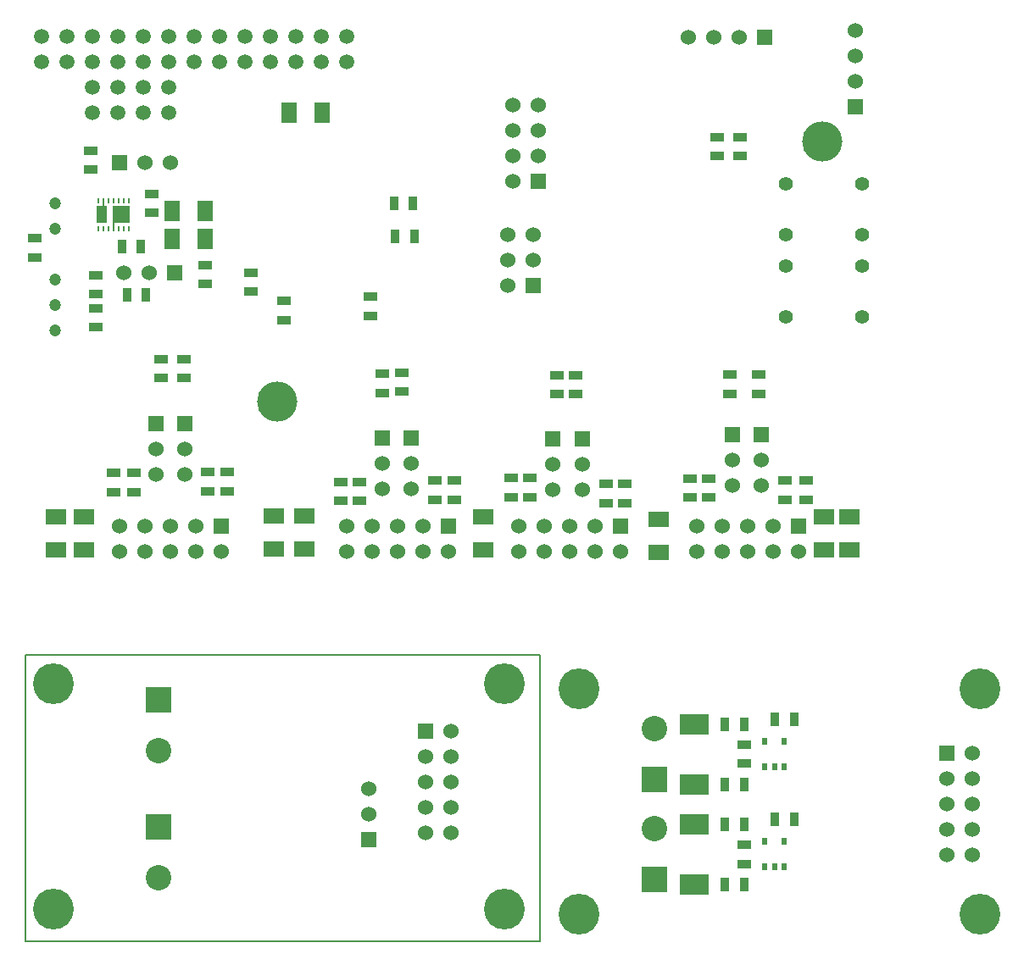
<source format=gbs>
G04 This is an RS-274x file exported by *
G04 gerbv version 2.6.0 *
G04 More information is available about gerbv at *
G04 http://gerbv.gpleda.org/ *
G04 --End of header info--*
%MOIN*%
%FSLAX34Y34*%
%IPPOS*%
G04 --Define apertures--*
%ADD10C,0.0000*%
%ADD11C,0.0551*%
%ADD12R,0.0801X0.0601*%
%ADD13R,0.0601X0.0801*%
%ADD14R,0.0551X0.0351*%
%ADD15R,0.0351X0.0551*%
%ADD16R,0.0601X0.0601*%
%ADD17C,0.0601*%
%ADD18C,0.0473*%
%ADD19R,0.0099X0.0218*%
%ADD20R,0.0099X0.0493*%
%ADD21R,0.0702X0.0651*%
%ADD22R,0.0422X0.0651*%
%ADD23C,0.0592*%
%ADD24C,0.1576*%
%ADD25C,0.0060*%
%ADD26R,0.0200X0.0300*%
%ADD27R,0.1181X0.0787*%
%ADD28R,0.0550X0.0350*%
%ADD29R,0.0350X0.0550*%
%ADD30R,0.0600X0.0600*%
%ADD31C,0.0600*%
%ADD32R,0.1000X0.1000*%
%ADD33C,0.1000*%
%ADD34C,0.1600*%
%ADD35C,0.0059*%
G04 --Start main section--*
G54D11*
G01X0070000Y-051075D03*
G01X0070000Y-053075D03*
G01X0067000Y-051075D03*
G01X0067000Y-053075D03*
G01X0070000Y-047850D03*
G01X0070000Y-049850D03*
G01X0067000Y-047850D03*
G01X0067000Y-049850D03*
G54D12*
G01X0039400Y-060950D03*
G01X0039400Y-062250D03*
G01X0038300Y-062250D03*
G01X0038300Y-060950D03*
G01X0068500Y-060950D03*
G01X0068500Y-062250D03*
G01X0069500Y-062250D03*
G01X0069500Y-060950D03*
G01X0062000Y-061050D03*
G01X0062000Y-062350D03*
G01X0055100Y-062250D03*
G01X0055100Y-060950D03*
G01X0046850Y-062200D03*
G01X0046850Y-060900D03*
G01X0048050Y-060900D03*
G01X0048050Y-062200D03*
G54D13*
G01X0044150Y-050000D03*
G01X0042850Y-050000D03*
G01X0044150Y-048900D03*
G01X0042850Y-048900D03*
G01X0047450Y-045050D03*
G01X0048750Y-045050D03*
G54D14*
G01X0051899Y-056017D03*
G01X0051899Y-055267D03*
G01X0051112Y-055307D03*
G01X0051112Y-056057D03*
G01X0053198Y-060269D03*
G01X0053198Y-059519D03*
G01X0049498Y-060309D03*
G01X0049498Y-059559D03*
G01X0050206Y-059559D03*
G01X0050206Y-060309D03*
G01X0053946Y-059519D03*
G01X0053946Y-060269D03*
G01X0056922Y-059412D03*
G01X0056922Y-060162D03*
G01X0067769Y-059512D03*
G01X0067769Y-060262D03*
G01X0066942Y-060262D03*
G01X0066942Y-059512D03*
G01X0058733Y-056107D03*
G01X0058733Y-055357D03*
G01X0057985Y-055357D03*
G01X0057985Y-056107D03*
G01X0056174Y-060162D03*
G01X0056174Y-059412D03*
G01X0059914Y-060398D03*
G01X0059914Y-059648D03*
G01X0060662Y-059648D03*
G01X0060662Y-060398D03*
G01X0050650Y-052275D03*
G01X0050650Y-053025D03*
G01X0063950Y-059433D03*
G01X0063950Y-060183D03*
G01X0042050Y-048225D03*
G01X0042050Y-048975D03*
G54D15*
G01X0040875Y-050300D03*
G01X0041625Y-050300D03*
G54D14*
G01X0064777Y-055339D03*
G01X0064777Y-056089D03*
G01X0065175Y-046750D03*
G01X0065175Y-046000D03*
G01X0064300Y-046750D03*
G01X0064300Y-046000D03*
G01X0065918Y-056089D03*
G01X0065918Y-055339D03*
G01X0044150Y-051025D03*
G01X0044150Y-051775D03*
G01X0045950Y-051325D03*
G01X0045950Y-052075D03*
G54D15*
G01X0051625Y-049900D03*
G01X0052375Y-049900D03*
G01X0051575Y-048600D03*
G01X0052325Y-048600D03*
G54D14*
G01X0047250Y-052450D03*
G01X0047250Y-053200D03*
G01X0063202Y-060183D03*
G01X0063202Y-059433D03*
G01X0043314Y-055481D03*
G01X0043314Y-054731D03*
G01X0042409Y-054731D03*
G01X0042409Y-055481D03*
G01X0041346Y-059219D03*
G01X0041346Y-059969D03*
G01X0040559Y-059969D03*
G01X0040559Y-059219D03*
G01X0039850Y-052725D03*
G01X0039850Y-053475D03*
G01X0045007Y-059180D03*
G01X0045007Y-059930D03*
G01X0039850Y-052175D03*
G01X0039850Y-051425D03*
G54D15*
G01X0041825Y-052200D03*
G01X0041075Y-052200D03*
G54D14*
G01X0039650Y-047275D03*
G01X0039650Y-046525D03*
G01X0044259Y-059930D03*
G01X0044259Y-059180D03*
G54D16*
G01X0067485Y-061311D03*
G54D17*
G01X0067485Y-062311D03*
G01X0066485Y-061311D03*
G01X0066485Y-062311D03*
G01X0065485Y-061311D03*
G01X0065485Y-062311D03*
G01X0064485Y-061311D03*
G01X0064485Y-062311D03*
G01X0063485Y-061311D03*
G01X0063485Y-062311D03*
G54D16*
G01X0053702Y-061311D03*
G54D17*
G01X0053702Y-062311D03*
G01X0052702Y-061311D03*
G01X0052702Y-062311D03*
G01X0051702Y-061311D03*
G01X0051702Y-062311D03*
G01X0050702Y-061311D03*
G01X0050702Y-062311D03*
G01X0049702Y-061311D03*
G01X0049702Y-062311D03*
G54D16*
G01X0060496Y-061311D03*
G54D17*
G01X0060496Y-062311D03*
G01X0059496Y-061311D03*
G01X0059496Y-062311D03*
G01X0058496Y-061311D03*
G01X0058496Y-062311D03*
G01X0057496Y-061311D03*
G01X0057496Y-062311D03*
G01X0056496Y-061311D03*
G01X0056496Y-062311D03*
G54D16*
G01X0044800Y-061311D03*
G54D17*
G01X0044800Y-062311D03*
G01X0043800Y-061311D03*
G01X0043800Y-062311D03*
G01X0042800Y-061311D03*
G01X0042800Y-062311D03*
G01X0041800Y-061311D03*
G01X0041800Y-062311D03*
G01X0040800Y-061311D03*
G01X0040800Y-062311D03*
G54D16*
G01X0057250Y-047750D03*
G54D17*
G01X0056250Y-047750D03*
G01X0057250Y-046750D03*
G01X0056250Y-046750D03*
G01X0057250Y-045750D03*
G01X0056250Y-045750D03*
G01X0057250Y-044750D03*
G01X0056250Y-044750D03*
G54D16*
G01X0040800Y-047000D03*
G54D17*
G01X0041800Y-047000D03*
G01X0042800Y-047000D03*
G54D16*
G01X0066025Y-057700D03*
G54D17*
G01X0066025Y-058700D03*
G01X0066025Y-059700D03*
G54D16*
G01X0064875Y-057700D03*
G54D17*
G01X0064875Y-058700D03*
G01X0064875Y-059700D03*
G54D16*
G01X0042950Y-051350D03*
G54D17*
G01X0041950Y-051350D03*
G01X0040950Y-051350D03*
G54D16*
G01X0042212Y-057256D03*
G54D17*
G01X0042212Y-058256D03*
G01X0042212Y-059256D03*
G54D16*
G01X0043354Y-057256D03*
G54D17*
G01X0043354Y-058256D03*
G01X0043354Y-059256D03*
G54D16*
G01X0051112Y-057831D03*
G54D17*
G01X0051112Y-058831D03*
G01X0051112Y-059831D03*
G54D16*
G01X0052253Y-057831D03*
G54D17*
G01X0052253Y-058831D03*
G01X0052253Y-059831D03*
G54D16*
G01X0057827Y-057881D03*
G54D17*
G01X0057827Y-058881D03*
G01X0057827Y-059881D03*
G54D16*
G01X0058969Y-057881D03*
G54D17*
G01X0058969Y-058881D03*
G01X0058969Y-059881D03*
G54D18*
G01X0038250Y-048600D03*
G01X0038250Y-049600D03*
G01X0038250Y-051600D03*
G01X0038250Y-052600D03*
G01X0038250Y-053600D03*
G54D16*
G01X0057050Y-051850D03*
G54D17*
G01X0056050Y-051850D03*
G01X0057050Y-050850D03*
G01X0056050Y-050850D03*
G01X0057050Y-049850D03*
G01X0056050Y-049850D03*
G54D19*
G01X0041141Y-049601D03*
G01X0040944Y-049601D03*
G01X0040747Y-049601D03*
G54D20*
G01X0040550Y-049463D03*
G54D19*
G01X0040353Y-049601D03*
G01X0040156Y-049601D03*
G01X0039959Y-049601D03*
G01X0039959Y-048499D03*
G54D20*
G01X0040156Y-048637D03*
G54D19*
G01X0040353Y-048499D03*
G01X0040550Y-048499D03*
G01X0040747Y-048499D03*
G01X0040944Y-048499D03*
G01X0041141Y-048499D03*
G54D21*
G01X0040855Y-049050D03*
G54D22*
G01X0040099Y-049050D03*
G54D14*
G01X0037450Y-049975D03*
G01X0037450Y-050725D03*
G54D16*
G01X0066150Y-042075D03*
G54D17*
G01X0065150Y-042075D03*
G01X0064150Y-042075D03*
G01X0063150Y-042075D03*
G54D16*
G01X0069725Y-044800D03*
G54D17*
G01X0069725Y-043800D03*
G01X0069725Y-042800D03*
G01X0069725Y-041800D03*
G54D23*
G01X0037716Y-043047D03*
G01X0037716Y-042047D03*
G01X0038716Y-043047D03*
G01X0038716Y-042047D03*
G01X0039716Y-043047D03*
G01X0039716Y-042047D03*
G01X0040716Y-043047D03*
G01X0040716Y-042047D03*
G01X0041716Y-043047D03*
G01X0041716Y-042047D03*
G01X0042716Y-043047D03*
G01X0042716Y-042047D03*
G01X0043716Y-043047D03*
G01X0043716Y-042047D03*
G01X0044716Y-043047D03*
G01X0044716Y-042047D03*
G01X0045716Y-043047D03*
G01X0045716Y-042047D03*
G01X0046716Y-043047D03*
G01X0046716Y-042047D03*
G01X0047716Y-043047D03*
G01X0047716Y-042047D03*
G01X0048716Y-043047D03*
G01X0048716Y-042047D03*
G01X0049716Y-043047D03*
G01X0049716Y-042047D03*
G01X0039716Y-044047D03*
G01X0039716Y-045047D03*
G01X0040716Y-044047D03*
G01X0040716Y-045047D03*
G01X0041716Y-044047D03*
G01X0041716Y-045047D03*
G01X0042716Y-044047D03*
G01X0042716Y-045047D03*
G54D24*
G01X0046968Y-056417D03*
G01X0068425Y-046181D03*
G01X0023622Y-023622D02*
G54D26*
G01X0066910Y-070775D03*
G01X0066160Y-070775D03*
G01X0066910Y-069775D03*
G01X0066535Y-070775D03*
G01X0066160Y-069775D03*
G01X0066910Y-074712D03*
G01X0066160Y-074712D03*
G01X0066910Y-073712D03*
G01X0066535Y-074712D03*
G01X0066160Y-073712D03*
G54D27*
G01X0063385Y-069094D03*
G01X0063385Y-071456D03*
G01X0063385Y-073031D03*
G01X0063385Y-075393D03*
G54D28*
G01X0065354Y-070650D03*
G01X0065354Y-069900D03*
G01X0065354Y-074587D03*
G01X0065354Y-073837D03*
G54D29*
G01X0064585Y-075393D03*
G01X0065335Y-075393D03*
G01X0064585Y-073031D03*
G01X0065335Y-073031D03*
G01X0064585Y-071456D03*
G01X0065335Y-071456D03*
G01X0064585Y-069094D03*
G01X0065335Y-069094D03*
G01X0066554Y-068897D03*
G01X0067304Y-068897D03*
G01X0066554Y-072834D03*
G01X0067304Y-072834D03*
G54D30*
G01X0073318Y-070244D03*
G54D31*
G01X0074318Y-070244D03*
G01X0073318Y-071244D03*
G01X0074318Y-071244D03*
G01X0073318Y-072244D03*
G01X0074318Y-072244D03*
G01X0073318Y-073244D03*
G01X0074318Y-073244D03*
G01X0073318Y-074244D03*
G01X0074318Y-074244D03*
G54D32*
G01X0061810Y-075212D03*
G54D33*
G01X0061810Y-073212D03*
G54D32*
G01X0061810Y-071275D03*
G54D33*
G01X0061810Y-069275D03*
G54D34*
G01X0058858Y-076574D03*
G01X0074606Y-076574D03*
G01X0058858Y-067716D03*
G01X0074606Y-067716D03*
G01X-032677Y-013386D02*
G54D35*
G01X0057323Y-077636D02*
G01X0057323Y-066386D01*
G01X0037073Y-077636D02*
G01X0037073Y-066386D01*
G01X0057323Y-066386D02*
G01X0037073Y-066386D01*
G01X0037073Y-077636D02*
G01X0057323Y-077636D01*
G54D30*
G01X0052823Y-069386D03*
G54D31*
G01X0053823Y-069386D03*
G01X0052823Y-070386D03*
G01X0053823Y-070386D03*
G01X0052823Y-071386D03*
G01X0053823Y-071386D03*
G01X0052823Y-072386D03*
G01X0053823Y-072386D03*
G01X0052823Y-073386D03*
G01X0053823Y-073386D03*
G54D30*
G01X0050573Y-073636D03*
G54D31*
G01X0050573Y-072636D03*
G01X0050573Y-071636D03*
G54D32*
G01X0042323Y-068136D03*
G54D33*
G01X0042323Y-070136D03*
G54D32*
G01X0042323Y-073136D03*
G54D33*
G01X0042323Y-075136D03*
G54D34*
G01X0038189Y-076378D03*
G01X0038189Y-067519D03*
G01X0055905Y-067519D03*
G01X0055905Y-076378D03*
M02*

</source>
